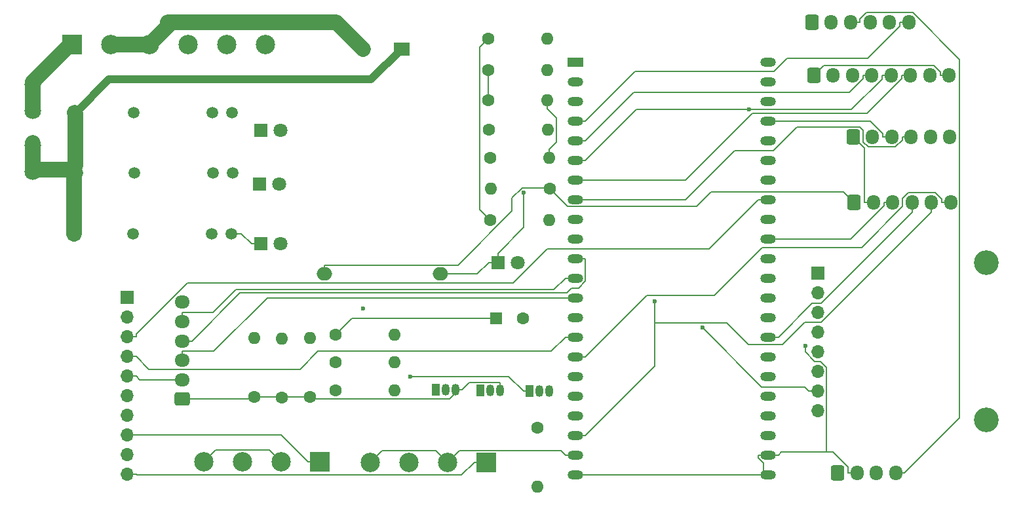
<source format=gbr>
%TF.GenerationSoftware,KiCad,Pcbnew,8.0.8*%
%TF.CreationDate,2026-01-05T18:13:38-07:00*%
%TF.ProjectId,Traeger rev 2.3.0.kicad_pro,54726165-6765-4722-9072-657620322e33,rev?*%
%TF.SameCoordinates,Original*%
%TF.FileFunction,Copper,L1,Top*%
%TF.FilePolarity,Positive*%
%FSLAX46Y46*%
G04 Gerber Fmt 4.6, Leading zero omitted, Abs format (unit mm)*
G04 Created by KiCad (PCBNEW 8.0.8) date 2026-01-05 18:13:38*
%MOMM*%
%LPD*%
G01*
G04 APERTURE LIST*
G04 Aperture macros list*
%AMRoundRect*
0 Rectangle with rounded corners*
0 $1 Rounding radius*
0 $2 $3 $4 $5 $6 $7 $8 $9 X,Y pos of 4 corners*
0 Add a 4 corners polygon primitive as box body*
4,1,4,$2,$3,$4,$5,$6,$7,$8,$9,$2,$3,0*
0 Add four circle primitives for the rounded corners*
1,1,$1+$1,$2,$3*
1,1,$1+$1,$4,$5*
1,1,$1+$1,$6,$7*
1,1,$1+$1,$8,$9*
0 Add four rect primitives between the rounded corners*
20,1,$1+$1,$2,$3,$4,$5,0*
20,1,$1+$1,$4,$5,$6,$7,0*
20,1,$1+$1,$6,$7,$8,$9,0*
20,1,$1+$1,$8,$9,$2,$3,0*%
G04 Aperture macros list end*
%TA.AperFunction,ComponentPad*%
%ADD10C,1.600000*%
%TD*%
%TA.AperFunction,ComponentPad*%
%ADD11O,1.600000X1.600000*%
%TD*%
%TA.AperFunction,ComponentPad*%
%ADD12C,2.159000*%
%TD*%
%TA.AperFunction,ComponentPad*%
%ADD13R,1.800000X1.800000*%
%TD*%
%TA.AperFunction,ComponentPad*%
%ADD14C,1.800000*%
%TD*%
%TA.AperFunction,ComponentPad*%
%ADD15R,2.500000X2.500000*%
%TD*%
%TA.AperFunction,ComponentPad*%
%ADD16C,2.500000*%
%TD*%
%TA.AperFunction,ComponentPad*%
%ADD17R,2.000000X1.200000*%
%TD*%
%TA.AperFunction,ComponentPad*%
%ADD18O,2.000000X1.200000*%
%TD*%
%TA.AperFunction,ComponentPad*%
%ADD19RoundRect,0.250000X0.725000X-0.600000X0.725000X0.600000X-0.725000X0.600000X-0.725000X-0.600000X0*%
%TD*%
%TA.AperFunction,ComponentPad*%
%ADD20O,1.950000X1.700000*%
%TD*%
%TA.AperFunction,ComponentPad*%
%ADD21RoundRect,0.250000X-0.600000X-0.725000X0.600000X-0.725000X0.600000X0.725000X-0.600000X0.725000X0*%
%TD*%
%TA.AperFunction,ComponentPad*%
%ADD22O,1.700000X1.950000*%
%TD*%
%TA.AperFunction,ComponentPad*%
%ADD23R,1.700000X1.700000*%
%TD*%
%TA.AperFunction,ComponentPad*%
%ADD24O,1.700000X1.700000*%
%TD*%
%TA.AperFunction,ComponentPad*%
%ADD25R,1.508000X1.508000*%
%TD*%
%TA.AperFunction,ComponentPad*%
%ADD26C,1.508000*%
%TD*%
%TA.AperFunction,ComponentPad*%
%ADD27C,3.200000*%
%TD*%
%TA.AperFunction,ComponentPad*%
%ADD28R,1.050000X1.500000*%
%TD*%
%TA.AperFunction,ComponentPad*%
%ADD29O,1.050000X1.500000*%
%TD*%
%TA.AperFunction,ComponentPad*%
%ADD30R,2.000000X1.700000*%
%TD*%
%TA.AperFunction,ComponentPad*%
%ADD31O,2.000000X1.700000*%
%TD*%
%TA.AperFunction,ComponentPad*%
%ADD32R,1.600000X1.600000*%
%TD*%
%TA.AperFunction,ViaPad*%
%ADD33C,0.600000*%
%TD*%
%TA.AperFunction,Conductor*%
%ADD34C,1.000000*%
%TD*%
%TA.AperFunction,Conductor*%
%ADD35C,2.000000*%
%TD*%
%TA.AperFunction,Conductor*%
%ADD36C,0.200000*%
%TD*%
G04 APERTURE END LIST*
D10*
%TO.P,R6,1*%
%TO.N,Net-(Q2-B)*%
X171680000Y-63690000D03*
D11*
%TO.P,R6,2*%
%TO.N,GND*%
X179300000Y-63690000D03*
%TD*%
D12*
%TO.P,F1,1*%
%TO.N,Net-(J9-Pin_1)*%
X112810000Y-61658000D03*
X112810000Y-65064001D03*
%TO.P,F1,2*%
%TO.N,PWR*%
X112810000Y-69534002D03*
X112810000Y-72940004D03*
%TD*%
D13*
%TO.P,D7,1,K*%
%TO.N,Net-(D7-K)*%
X142260000Y-82250000D03*
D14*
%TO.P,D7,2,A*%
%TO.N,Net-(D7-A)*%
X144800000Y-82250000D03*
%TD*%
D13*
%TO.P,D1,1,K*%
%TO.N,Net-(D1-K)*%
X142280000Y-67570000D03*
D14*
%TO.P,D1,2,A*%
%TO.N,Net-(D1-A)*%
X144820000Y-67570000D03*
%TD*%
D10*
%TO.P,R23,1*%
%TO.N,VCC*%
X179630000Y-75120000D03*
D11*
%TO.P,R23,2*%
%TO.N,Net-(D9-A)*%
X172010000Y-75120000D03*
%TD*%
D15*
%TO.P,J7,1,Pin_1*%
%TO.N,ADC1_A1*%
X149910000Y-110440000D03*
D16*
%TO.P,J7,2,Pin_2*%
%TO.N,VCC*%
X144910000Y-110440000D03*
%TO.P,J7,3,Pin_3*%
%TO.N,ADC1_A0*%
X139910000Y-110440000D03*
%TO.P,J7,4,Pin_4*%
%TO.N,VCC*%
X134910000Y-110440000D03*
%TD*%
D17*
%TO.P,U1,1,3V3*%
%TO.N,3V3*%
X182930000Y-58740000D03*
D18*
%TO.P,U1,2,3V3*%
X182930000Y-61280000D03*
%TO.P,U1,3,CHIP_PU*%
%TO.N,unconnected-(U1-CHIP_PU-Pad3)*%
X182930000Y-63820000D03*
%TO.P,U1,4,GPIO4/ADC1_CH3*%
%TO.N,MISO_SDO*%
X182930000Y-66360000D03*
%TO.P,U1,5,GPIO5/ADC1_CH4*%
%TO.N,Disp_D{slash}C*%
X182930000Y-68900000D03*
%TO.P,U1,6,GPIO6/ADC1_CH5*%
%TO.N,Disp_RESET*%
X182930000Y-71440000D03*
%TO.P,U1,7,GPIO7/ADC1_CH6*%
%TO.N,Disp_CS*%
X182930000Y-73980000D03*
%TO.P,U1,8,GPIO15/ADC2_CH4/32K_P*%
%TO.N,CS_MAX6675*%
X182930000Y-76520000D03*
%TO.P,U1,9,GPIO16/ADC2_CH5/32K_N*%
%TO.N,unconnected-(U1-GPIO16{slash}ADC2_CH5{slash}32K_N-Pad9)*%
X182930000Y-79060000D03*
%TO.P,U1,10,GPIO17/ADC2_CH6*%
%TO.N,MAX31865_CS*%
X182930000Y-81600000D03*
%TO.P,U1,11,GPIO18/ADC2_CH7*%
%TO.N,Rotary pin_a*%
X182930000Y-84140000D03*
%TO.P,U1,12,GPIO8/ADC1_CH7*%
%TO.N,Rotary pin_b*%
X182930000Y-86680000D03*
%TO.P,U1,13,GPIO3/ADC1_CH2*%
%TO.N,Rotarty - SW*%
X182930000Y-89220000D03*
%TO.P,U1,14,GPIO46*%
%TO.N,unconnected-(U1-GPIO46-Pad14)*%
X182930000Y-91760000D03*
%TO.P,U1,15,GPIO9/ADC1_CH8*%
%TO.N,SDA*%
X182930000Y-94300000D03*
%TO.P,U1,16,GPIO10/ADC1_CH9*%
%TO.N,POWER SW*%
X182930000Y-96840000D03*
%TO.P,U1,17,GPIO11/ADC2_CH0*%
%TO.N,R_FANS*%
X182930000Y-99380000D03*
%TO.P,U1,18,GPIO12/ADC2_CH1*%
%TO.N,R_AUG1*%
X182930000Y-101920000D03*
%TO.P,U1,19,GPIO13/ADC2_CH2*%
%TO.N,R_IGN1*%
X182930000Y-104460000D03*
%TO.P,U1,20,GPIO14/ADC2_CH3*%
%TO.N,SMOKE SW*%
X182926320Y-106997280D03*
%TO.P,U1,21,5V*%
%TO.N,VCC*%
X182926320Y-109537280D03*
%TO.P,U1,22,GND*%
%TO.N,GND*%
X182926320Y-112077280D03*
%TO.P,U1,23,GND*%
X207830000Y-112070000D03*
%TO.P,U1,24,GND*%
X207830000Y-109530000D03*
%TO.P,U1,25,GPIO19/USB_D-*%
%TO.N,unconnected-(U1-GPIO19{slash}USB_D--Pad25)*%
X207830000Y-106990000D03*
%TO.P,U1,26,GPIO20/USB_D+*%
%TO.N,unconnected-(U1-GPIO20{slash}USB_D+-Pad26)*%
X207830000Y-104450000D03*
%TO.P,U1,27,GPIO21*%
%TO.N,Touch_T_CS*%
X207830000Y-101910000D03*
%TO.P,U1,28,GPIO47*%
%TO.N,Touch_T_IRQ*%
X207830000Y-99370000D03*
%TO.P,U1,29,GPIO48*%
%TO.N,Disp_RESET*%
X207830000Y-96830000D03*
%TO.P,U1,30,GPIO45*%
%TO.N,TEMP UP*%
X207830000Y-94290000D03*
%TO.P,U1,31,GPIO0*%
%TO.N,unconnected-(U1-GPIO0-Pad31)*%
X207830000Y-91750000D03*
%TO.P,U1,32,GPIO35*%
%TO.N,unconnected-(U1-GPIO35-Pad32)*%
X207830000Y-89210000D03*
%TO.P,U1,33,GPIO36*%
%TO.N,unconnected-(U1-GPIO36-Pad33)*%
X207830000Y-86670000D03*
%TO.P,U1,34,GPIO37*%
%TO.N,unconnected-(U1-GPIO37-Pad34)*%
X207830000Y-84130000D03*
%TO.P,U1,35,GPIO38*%
%TO.N,TEMP DOWN*%
X207830000Y-81590000D03*
%TO.P,U1,36,GPIO39/MTCK*%
%TO.N,unconnected-(U1-GPIO39{slash}MTCK-Pad36)*%
X207830000Y-79050000D03*
%TO.P,U1,37,GPIO40/MTDO*%
%TO.N,SCL*%
X207830000Y-76510000D03*
%TO.P,U1,38,GPIO41/MTDI*%
%TO.N,unconnected-(U1-GPIO41{slash}MTDI-Pad38)*%
X207830000Y-73970000D03*
%TO.P,U1,39,GPIO42/MTMS*%
%TO.N,unconnected-(U1-GPIO42{slash}MTMS-Pad39)*%
X207830000Y-71430000D03*
%TO.P,U1,40,GPIO2/ADC1_CH1*%
%TO.N,MOSI_SDI*%
X207830000Y-68890000D03*
%TO.P,U1,41,GPIO1/ADC1_CH0*%
%TO.N,Disp_SCK+Touch_CLK*%
X207830000Y-66350000D03*
%TO.P,U1,42,GPIO44/U0RXD*%
%TO.N,unconnected-(U1-GPIO44{slash}U0RXD-Pad42)*%
X207830000Y-63810000D03*
%TO.P,U1,43,GPIO43/U0TXD*%
%TO.N,unconnected-(U1-GPIO43{slash}U0TXD-Pad43)*%
X207830000Y-61270000D03*
%TO.P,U1,44,GND*%
%TO.N,GND*%
X207830000Y-58730000D03*
%TD*%
D10*
%TO.P,R16,1*%
%TO.N,VCC*%
X151930000Y-97565000D03*
D11*
%TO.P,R16,2*%
%TO.N,Net-(D2-A)*%
X159550000Y-97565000D03*
%TD*%
D19*
%TO.P,J5,1,Pin_1*%
%TO.N,GND*%
X132090000Y-102300000D03*
D20*
%TO.P,J5,2,Pin_2*%
%TO.N,VCC*%
X132090000Y-99800000D03*
%TO.P,J5,3,Pin_3*%
%TO.N,Rotarty - SW*%
X132090000Y-97300000D03*
%TO.P,J5,4,Pin_4*%
%TO.N,Rotary pin_a*%
X132090000Y-94800000D03*
%TO.P,J5,5,Pin_5*%
%TO.N,Rotary pin_b*%
X132090000Y-92300000D03*
%TO.P,J5,6,Pin_6*%
%TO.N,unconnected-(J5-Pin_6-Pad6)*%
X132090000Y-89800000D03*
%TD*%
D21*
%TO.P,J1,1,Pin_1*%
%TO.N,GND*%
X218790000Y-68430000D03*
D22*
%TO.P,J1,2,Pin_2*%
%TO.N,VCC*%
X221290000Y-68430000D03*
%TO.P,J1,3,Pin_3*%
%TO.N,Disp_SCK+Touch_CLK*%
X223790000Y-68430000D03*
%TO.P,J1,4,Pin_4*%
%TO.N,CS_MAX6675*%
X226290000Y-68430000D03*
%TO.P,J1,5,Pin_5*%
%TO.N,MISO_SDO*%
X228790000Y-68430000D03*
%TO.P,J1,6,Pin_6*%
%TO.N,unconnected-(J1-Pin_6-Pad6)*%
X231290000Y-68430000D03*
%TD*%
D23*
%TO.P,J6,1,Pin_1*%
%TO.N,VCC*%
X125020000Y-89180000D03*
D24*
%TO.P,J6,2,Pin_2*%
%TO.N,GND*%
X125020000Y-91720000D03*
%TO.P,J6,3,Pin_3*%
%TO.N,SCL*%
X125020000Y-94260000D03*
%TO.P,J6,4,Pin_4*%
%TO.N,SDA*%
X125020000Y-96800000D03*
%TO.P,J6,5,Pin_5*%
%TO.N,VCC*%
X125020000Y-99340000D03*
%TO.P,J6,6,Pin_6*%
%TO.N,unconnected-(J6-Pin_6-Pad6)*%
X125020000Y-101880000D03*
%TO.P,J6,7,Pin_7*%
%TO.N,ADC1_A0*%
X125020000Y-104420000D03*
%TO.P,J6,8,Pin_8*%
%TO.N,ADC1_A1*%
X125020000Y-106960000D03*
%TO.P,J6,9,Pin_9*%
%TO.N,ADC1_A2*%
X125020000Y-109500000D03*
%TO.P,J6,10,Pin_10*%
%TO.N,ADC1_A3*%
X125020000Y-112040000D03*
%TD*%
D25*
%TO.P,K6,1*%
%TO.N,PWR*%
X118180000Y-80960000D03*
D26*
%TO.P,K6,2*%
%TO.N,IGN1*%
X125800000Y-80960000D03*
%TO.P,K6,3*%
%TO.N,VCC*%
X135960000Y-80960000D03*
%TO.P,K6,4*%
%TO.N,Net-(D7-K)*%
X138500000Y-80960000D03*
%TD*%
D27*
%TO.P,U$19,P$1*%
%TO.N,N/C*%
X236020000Y-105020100D03*
%TD*%
D10*
%TO.P,R4,1*%
%TO.N,GND*%
X141430000Y-102050000D03*
D11*
%TO.P,R4,2*%
%TO.N,ADC1_A0*%
X141430000Y-94430000D03*
%TD*%
D10*
%TO.P,R7,1*%
%TO.N,GND*%
X145020000Y-102090000D03*
D11*
%TO.P,R7,2*%
%TO.N,ADC1_A2*%
X145020000Y-94470000D03*
%TD*%
D28*
%TO.P,Q6,1,C*%
%TO.N,Net-(D7-K)*%
X170627000Y-101220000D03*
D29*
%TO.P,Q6,2,B*%
%TO.N,Net-(Q6-B)*%
X171897000Y-101220000D03*
%TO.P,Q6,3,E*%
%TO.N,GND*%
X173167000Y-101220000D03*
%TD*%
D15*
%TO.P,J9,1,Pin_1*%
%TO.N,Net-(J9-Pin_1)*%
X117880000Y-56490000D03*
D16*
%TO.P,J9,2,Pin_2*%
%TO.N,PWR-N*%
X122880000Y-56490000D03*
%TO.P,J9,3,Pin_3*%
X127880000Y-56490000D03*
%TO.P,J9,4,Pin_4*%
%TO.N,FAN*%
X132880000Y-56490000D03*
%TO.P,J9,5,Pin_5*%
%TO.N,AUG1*%
X137880000Y-56490000D03*
%TO.P,J9,6,Pin_6*%
%TO.N,IGN1*%
X142880000Y-56490000D03*
%TD*%
D27*
%TO.P,U$18,P$1*%
%TO.N,N/C*%
X236020000Y-84700100D03*
%TD*%
D25*
%TO.P,K3,1*%
%TO.N,PWR*%
X118290000Y-73120000D03*
D26*
%TO.P,K3,2*%
%TO.N,AUG1*%
X125910000Y-73120000D03*
%TO.P,K3,3*%
%TO.N,VCC*%
X136070000Y-73120000D03*
%TO.P,K3,4*%
%TO.N,Net-(D2-K)*%
X138610000Y-73120000D03*
%TD*%
D25*
%TO.P,K1,1*%
%TO.N,PWR*%
X118240000Y-65310000D03*
D26*
%TO.P,K1,2*%
%TO.N,FAN*%
X125860000Y-65310000D03*
%TO.P,K1,3*%
%TO.N,VCC*%
X136020000Y-65310000D03*
%TO.P,K1,4*%
%TO.N,Net-(D1-K)*%
X138560000Y-65310000D03*
%TD*%
D15*
%TO.P,J8,1,Pin_1*%
%TO.N,ADC1_A3*%
X171410000Y-110500000D03*
D16*
%TO.P,J8,2,Pin_2*%
%TO.N,VCC*%
X166410000Y-110500000D03*
%TO.P,J8,3,Pin_3*%
%TO.N,ADC1_A2*%
X161410000Y-110500000D03*
%TO.P,J8,4,Pin_4*%
%TO.N,VCC*%
X156410000Y-110500000D03*
%TD*%
D10*
%TO.P,R2,1*%
%TO.N,Net-(Q1-B)*%
X171700000Y-55740000D03*
D11*
%TO.P,R2,2*%
%TO.N,GND*%
X179320000Y-55740000D03*
%TD*%
D21*
%TO.P,Touch1,1,Pin_1*%
%TO.N,Touch_T_CS*%
X213480000Y-53640000D03*
D22*
%TO.P,Touch1,2,Pin_2*%
%TO.N,Touch_T_IRQ*%
X215980000Y-53640000D03*
%TO.P,Touch1,3,Pin_3*%
%TO.N,SDA*%
X218480000Y-53640000D03*
%TO.P,Touch1,4,Pin_4*%
%TO.N,Disp_RESET*%
X220980000Y-53640000D03*
%TO.P,Touch1,5,Pin_5*%
%TO.N,SCL*%
X223480000Y-53640000D03*
%TO.P,Touch1,6,Pin_6*%
%TO.N,MISO_SDO*%
X225980000Y-53640000D03*
%TD*%
D13*
%TO.P,D2,1,K*%
%TO.N,Net-(D2-K)*%
X142150000Y-74550000D03*
D14*
%TO.P,D2,2,A*%
%TO.N,Net-(D2-A)*%
X144690000Y-74550000D03*
%TD*%
D10*
%TO.P,R21,1*%
%TO.N,VCC*%
X151930000Y-101155000D03*
D11*
%TO.P,R21,2*%
%TO.N,Net-(D7-A)*%
X159550000Y-101155000D03*
%TD*%
D10*
%TO.P,R3,1*%
%TO.N,Net-(Q2-B)*%
X171700000Y-59790000D03*
D11*
%TO.P,R3,2*%
%TO.N,R_AUG1*%
X179320000Y-59790000D03*
%TD*%
D28*
%TO.P,Q2,1,C*%
%TO.N,Net-(D2-K)*%
X177017000Y-101260000D03*
D29*
%TO.P,Q2,2,B*%
%TO.N,Net-(Q2-B)*%
X178287000Y-101260000D03*
%TO.P,Q2,3,E*%
%TO.N,GND*%
X179557000Y-101260000D03*
%TD*%
D23*
%TO.P,J3,1,Pin_1*%
%TO.N,VCC*%
X214220000Y-86030000D03*
D24*
%TO.P,J3,2,Pin_2*%
%TO.N,GND*%
X214220000Y-88570000D03*
%TO.P,J3,3,Pin_3*%
%TO.N,unconnected-(J3-Pin_3-Pad3)*%
X214220000Y-91110000D03*
%TO.P,J3,4,Pin_4*%
%TO.N,Disp_SCK+Touch_CLK*%
X214220000Y-93650000D03*
%TO.P,J3,5,Pin_5*%
%TO.N,MISO_SDO*%
X214220000Y-96190000D03*
%TO.P,J3,6,Pin_6*%
%TO.N,MOSI_SDI*%
X214220000Y-98730000D03*
%TO.P,J3,7,Pin_7*%
%TO.N,MAX31865_CS*%
X214220000Y-101270000D03*
%TO.P,J3,8,Pin_8*%
%TO.N,unconnected-(J3-Pin_8-Pad8)*%
X214220000Y-103810000D03*
%TD*%
D30*
%TO.P,PS1,1,AC/L*%
%TO.N,PWR*%
X160460000Y-57060000D03*
D31*
%TO.P,PS1,2,AC/N*%
%TO.N,PWR-N*%
X155460000Y-57060000D03*
%TO.P,PS1,3,-Vout*%
%TO.N,GND*%
X165460000Y-86140000D03*
%TO.P,PS1,4,+Vout*%
%TO.N,VCC*%
X150460000Y-86140000D03*
%TD*%
D28*
%TO.P,Q1,1,C*%
%TO.N,Net-(D1-K)*%
X164887000Y-101110000D03*
D29*
%TO.P,Q1,2,B*%
%TO.N,Net-(Q1-B)*%
X166157000Y-101110000D03*
%TO.P,Q1,3,E*%
%TO.N,GND*%
X167427000Y-101110000D03*
%TD*%
D10*
%TO.P,R8,1*%
%TO.N,GND*%
X178010000Y-106030000D03*
D11*
%TO.P,R8,2*%
%TO.N,ADC1_A3*%
X178010000Y-113650000D03*
%TD*%
D13*
%TO.P,D9,1,K*%
%TO.N,GND*%
X172920000Y-84680000D03*
D14*
%TO.P,D9,2,A*%
%TO.N,Net-(D9-A)*%
X175460000Y-84680000D03*
%TD*%
D10*
%TO.P,R10,1*%
%TO.N,Net-(Q6-B)*%
X171760000Y-67480000D03*
D11*
%TO.P,R10,2*%
%TO.N,R_IGN1*%
X179380000Y-67480000D03*
%TD*%
D10*
%TO.P,R13,1*%
%TO.N,Net-(Q6-B)*%
X171880000Y-71170000D03*
D11*
%TO.P,R13,2*%
%TO.N,GND*%
X179500000Y-71170000D03*
%TD*%
D21*
%TO.P,Display1,1,Pin_1*%
%TO.N,VCC*%
X213710000Y-60480000D03*
D22*
%TO.P,Display1,2,Pin_2*%
%TO.N,Disp_SCK+Touch_CLK*%
X216210000Y-60480000D03*
%TO.P,Display1,3,Pin_3*%
%TO.N,MOSI_SDI*%
X218710000Y-60480000D03*
%TO.P,Display1,4,Pin_4*%
%TO.N,Disp_D{slash}C*%
X221210000Y-60480000D03*
%TO.P,Display1,5,Pin_5*%
%TO.N,Disp_RESET*%
X223710000Y-60480000D03*
%TO.P,Display1,6,Pin_6*%
%TO.N,Disp_CS*%
X226210000Y-60480000D03*
%TO.P,Display1,7,Pin_7*%
%TO.N,GND*%
X228710000Y-60480000D03*
%TO.P,Display1,8,Pin_8*%
%TO.N,VCC*%
X231210000Y-60480000D03*
%TD*%
D21*
%TO.P,J2,1,Pin_1*%
%TO.N,3V3*%
X216790000Y-111870000D03*
D22*
%TO.P,J2,2,Pin_2*%
%TO.N,GND*%
X219290000Y-111870000D03*
%TO.P,J2,3,Pin_3*%
%TO.N,SCL*%
X221790000Y-111870000D03*
%TO.P,J2,4,Pin_4*%
%TO.N,SDA*%
X224290000Y-111870000D03*
%TD*%
D10*
%TO.P,R15,1*%
%TO.N,VCC*%
X151930000Y-93975000D03*
D11*
%TO.P,R15,2*%
%TO.N,Net-(D1-A)*%
X159550000Y-93975000D03*
%TD*%
D10*
%TO.P,R1,1*%
%TO.N,Net-(Q1-B)*%
X171930000Y-79190000D03*
D11*
%TO.P,R1,2*%
%TO.N,R_FANS*%
X179550000Y-79190000D03*
%TD*%
D10*
%TO.P,R5,1*%
%TO.N,GND*%
X148610000Y-102060000D03*
D11*
%TO.P,R5,2*%
%TO.N,ADC1_A1*%
X148610000Y-94440000D03*
%TD*%
D21*
%TO.P,J10,1,Pin_1*%
%TO.N,VCC*%
X218910000Y-76890000D03*
D22*
%TO.P,J10,2,Pin_2*%
%TO.N,GND*%
X221410000Y-76890000D03*
%TO.P,J10,3,Pin_3*%
%TO.N,TEMP DOWN*%
X223910000Y-76890000D03*
%TO.P,J10,4,Pin_4*%
%TO.N,TEMP UP*%
X226410000Y-76890000D03*
%TO.P,J10,5,Pin_5*%
%TO.N,SMOKE SW*%
X228910000Y-76890000D03*
%TO.P,J10,6,Pin_6*%
%TO.N,POWER SW*%
X231410000Y-76890000D03*
%TD*%
D32*
%TO.P,C1,1*%
%TO.N,VCC*%
X172657300Y-91870000D03*
D10*
%TO.P,C1,2*%
%TO.N,GND*%
X176157300Y-91870000D03*
%TD*%
D33*
%TO.N,GND*%
X212607000Y-95410700D03*
X176254000Y-75635300D03*
%TO.N,Net-(D2-K)*%
X155481000Y-90636800D03*
X161568000Y-99374700D03*
%TO.N,SMOKE SW*%
X193178000Y-89714600D03*
%TO.N,Disp_RESET*%
X205396000Y-64898400D03*
%TO.N,MAX31865_CS*%
X199309000Y-93103000D03*
%TD*%
D34*
%TO.N,PWR*%
X122670000Y-60980000D02*
X118290000Y-65360000D01*
D35*
X118180000Y-73230000D02*
X118290000Y-73120000D01*
D34*
X160460000Y-57060000D02*
X156540000Y-60980000D01*
D35*
X118290000Y-65360000D02*
X118290000Y-72144000D01*
D36*
X113118000Y-72632000D02*
X112810000Y-72940000D01*
X112810000Y-70899000D02*
X112810000Y-69534000D01*
X117802000Y-72632000D02*
X118290000Y-73120000D01*
D35*
X112780000Y-72632000D02*
X117802000Y-72632000D01*
X118180000Y-80960000D02*
X118180000Y-73230000D01*
X118290000Y-65360000D02*
X118240000Y-65310000D01*
X112780000Y-69226000D02*
X112780000Y-72632000D01*
D36*
X112780000Y-70929000D02*
X112810000Y-70899000D01*
D35*
X118290000Y-72144000D02*
X117802000Y-72632000D01*
D34*
X156540000Y-60980000D02*
X122670000Y-60980000D01*
D36*
%TO.N,GND*%
X218138300Y-111870000D02*
X218138300Y-111102600D01*
X215372500Y-109138300D02*
X215372500Y-98229500D01*
X179500000Y-71170000D02*
X179500000Y-70068300D01*
X179300000Y-63690000D02*
X179300000Y-64791700D01*
X215372500Y-98229500D02*
X214603000Y-97460000D01*
X207830000Y-112070000D02*
X207179200Y-112070000D01*
X176254000Y-75635300D02*
X176254000Y-80144300D01*
X213836400Y-97460000D02*
X212607000Y-96230600D01*
X214603000Y-97460000D02*
X213836400Y-97460000D01*
X182926300Y-112077300D02*
X206521000Y-112077300D01*
X207830000Y-109530000D02*
X206528300Y-109530000D01*
X167840400Y-101110000D02*
X166666500Y-102283900D01*
X145020000Y-102067500D02*
X141447500Y-102067500D01*
X176254000Y-80144300D02*
X172920000Y-83478300D01*
X167840400Y-101110000D02*
X168253700Y-101110000D01*
X172920000Y-84680000D02*
X171718300Y-84680000D01*
X170258300Y-86140000D02*
X171718300Y-84680000D01*
X145027500Y-102060000D02*
X145020000Y-102067500D01*
X148610000Y-102060000D02*
X145027500Y-102060000D01*
X209523400Y-109138300D02*
X209131700Y-109530000D01*
X206528300Y-109903500D02*
X206528300Y-109530000D01*
X168253700Y-101110000D02*
X169195400Y-100168300D01*
X212607000Y-96230600D02*
X212607000Y-95410700D01*
X132090000Y-102300000D02*
X141180000Y-102300000D01*
X148833900Y-102283900D02*
X148610000Y-102060000D01*
X172920000Y-84680000D02*
X172920000Y-83478300D01*
X180483700Y-65975400D02*
X179300000Y-64791700D01*
X207179100Y-110554300D02*
X206528300Y-109903500D01*
X141180000Y-102300000D02*
X141430000Y-102050000D01*
X141447500Y-102067500D02*
X141430000Y-102050000D01*
X218138300Y-111102600D02*
X216174000Y-109138300D01*
X207179200Y-112070000D02*
X207179200Y-110554300D01*
X165460000Y-86140000D02*
X170258300Y-86140000D01*
X206521000Y-112077300D02*
X206528300Y-112070000D01*
X207179200Y-110554300D02*
X207179100Y-110554300D01*
X221410000Y-76890000D02*
X220258300Y-76890000D01*
X179500000Y-70068300D02*
X180483700Y-69084600D01*
X215372500Y-109138300D02*
X209523400Y-109138300D01*
X166666500Y-102283900D02*
X148833900Y-102283900D01*
X218790000Y-68430000D02*
X220258300Y-69898300D01*
X216174000Y-109138300D02*
X215372500Y-109138300D01*
X207179200Y-112070000D02*
X206528300Y-112070000D01*
X173167000Y-101220000D02*
X173167000Y-100168300D01*
X145020000Y-102067500D02*
X145020000Y-102090000D01*
X169195400Y-100168300D02*
X173167000Y-100168300D01*
X219290000Y-111870000D02*
X218138300Y-111870000D01*
X220258300Y-69898300D02*
X220258300Y-76890000D01*
X167427000Y-101110000D02*
X167840400Y-101110000D01*
X207830000Y-109530000D02*
X209131700Y-109530000D01*
X180483700Y-69084600D02*
X180483700Y-65975400D01*
%TO.N,Net-(Q1-B)*%
X170576500Y-77836500D02*
X170576500Y-56863500D01*
X171930000Y-79190000D02*
X170576500Y-77836500D01*
X170576500Y-56863500D02*
X171700000Y-55740000D01*
%TO.N,Net-(Q2-B)*%
X171680000Y-63690000D02*
X171700000Y-63670000D01*
X171700000Y-63670000D02*
X171700000Y-59790000D01*
%TO.N,ADC1_A3*%
X168220900Y-112137400D02*
X126269100Y-112137400D01*
X125020000Y-112040000D02*
X126171700Y-112040000D01*
X126269100Y-112137400D02*
X126171700Y-112040000D01*
X169858300Y-110500000D02*
X168220900Y-112137400D01*
X171410000Y-110500000D02*
X169858300Y-110500000D01*
%TO.N,Net-(D2-K)*%
X177017000Y-101260000D02*
X176190300Y-101260000D01*
X174305000Y-99374700D02*
X176190300Y-101260000D01*
X161568000Y-99374700D02*
X174305000Y-99374700D01*
%TO.N,ADC1_A1*%
X148358300Y-110440000D02*
X144878300Y-106960000D01*
X149910000Y-110440000D02*
X148358300Y-110440000D01*
X144878300Y-106960000D02*
X125020000Y-106960000D01*
%TO.N,CS_MAX6675*%
X220746400Y-69729200D02*
X220130500Y-69113300D01*
X208519900Y-70160000D02*
X203484900Y-70160000D01*
X197124900Y-76520000D02*
X184231700Y-76520000D01*
X203484900Y-70160000D02*
X197124900Y-76520000D01*
X226290000Y-68430000D02*
X225138300Y-68430000D01*
X211548100Y-67131800D02*
X208519900Y-70160000D01*
X219683100Y-67131800D02*
X211548100Y-67131800D01*
X220130500Y-67579200D02*
X219683100Y-67131800D01*
X220130500Y-69113300D02*
X220130500Y-67579200D01*
X182930000Y-76520000D02*
X184231700Y-76520000D01*
X225138300Y-68430000D02*
X225138300Y-68861900D01*
X224271000Y-69729200D02*
X220746400Y-69729200D01*
X225138300Y-68861900D02*
X224271000Y-69729200D01*
%TO.N,MISO_SDO*%
X225980000Y-53640000D02*
X224828300Y-53640000D01*
X182930000Y-66360000D02*
X184231700Y-66360000D01*
X190636600Y-59955100D02*
X184231700Y-66360000D01*
X210280000Y-58239900D02*
X208564800Y-59955100D01*
X208564800Y-59955100D02*
X190636600Y-59955100D01*
X220660300Y-58239900D02*
X210280000Y-58239900D01*
X224828300Y-54071900D02*
X220660300Y-58239900D01*
X224828300Y-53640000D02*
X224828300Y-54071900D01*
%TO.N,TEMP DOWN*%
X218483900Y-81590000D02*
X209131700Y-81590000D01*
X222758300Y-76890000D02*
X222758300Y-77315600D01*
X207830000Y-81590000D02*
X209131700Y-81590000D01*
X222758300Y-77315600D02*
X218483900Y-81590000D01*
X223910000Y-76890000D02*
X222758300Y-76890000D01*
%TO.N,POWER SW*%
X225160000Y-77436500D02*
X219878100Y-82718400D01*
X192175600Y-88896100D02*
X184231700Y-96840000D01*
X225948100Y-75595200D02*
X225160000Y-76383300D01*
X230258300Y-76458100D02*
X229395400Y-75595200D01*
X231410000Y-76890000D02*
X230258300Y-76890000D01*
X225160000Y-76383300D02*
X225160000Y-77436500D01*
X229395400Y-75595200D02*
X225948100Y-75595200D01*
X219878100Y-82718400D02*
X207081600Y-82718400D01*
X200903900Y-88896100D02*
X192175600Y-88896100D01*
X230258300Y-76890000D02*
X230258300Y-76458100D01*
X182930000Y-96840000D02*
X184231700Y-96840000D01*
X207081600Y-82718400D02*
X200903900Y-88896100D01*
%TO.N,SMOKE SW*%
X205262400Y-95266300D02*
X209649000Y-95266300D01*
X193178000Y-89714600D02*
X193178000Y-92476800D01*
X209649000Y-95266300D02*
X212535300Y-92380000D01*
X202472900Y-92476800D02*
X205262400Y-95266300D01*
X182926300Y-106997300D02*
X184228000Y-106997300D01*
X193178000Y-98047300D02*
X184228000Y-106997300D01*
X212535300Y-92380000D02*
X214696700Y-92380000D01*
X193178000Y-92476800D02*
X202472900Y-92476800D01*
X193178000Y-92476800D02*
X193178000Y-98047300D01*
X228910000Y-76890000D02*
X228910000Y-78166700D01*
X214696700Y-92380000D02*
X228910000Y-78166700D01*
%TO.N,TEMP UP*%
X214666700Y-89910000D02*
X213511700Y-89910000D01*
X207830000Y-94290000D02*
X209131700Y-94290000D01*
X213511700Y-89910000D02*
X209131700Y-94290000D01*
X226410000Y-78166700D02*
X214666700Y-89910000D01*
X226410000Y-76890000D02*
X226410000Y-78166700D01*
%TO.N,SDA*%
X220481400Y-52358400D02*
X226484800Y-52358400D01*
X127831600Y-98459900D02*
X126171700Y-96800000D01*
X179780000Y-96148300D02*
X149640600Y-96148300D01*
X182930000Y-94300000D02*
X181628300Y-94300000D01*
X232576800Y-58450400D02*
X232576800Y-104734900D01*
X224290000Y-111870000D02*
X225441700Y-111870000D01*
X125020000Y-96800000D02*
X126171700Y-96800000D01*
X149640600Y-96148300D02*
X147329000Y-98459900D01*
X226484800Y-52358400D02*
X232576800Y-58450400D01*
X219631700Y-53208100D02*
X220481400Y-52358400D01*
X232576800Y-104734900D02*
X225441700Y-111870000D01*
X219631700Y-53640000D02*
X219631700Y-53208100D01*
X181628300Y-94300000D02*
X179780000Y-96148300D01*
X147329000Y-98459900D02*
X127831600Y-98459900D01*
X218480000Y-53640000D02*
X219631700Y-53640000D01*
%TO.N,SCL*%
X207830000Y-76510000D02*
X206528300Y-76510000D01*
X174848300Y-87291700D02*
X132782000Y-87291700D01*
X200168300Y-82870000D02*
X179270000Y-82870000D01*
X179270000Y-82870000D02*
X174848300Y-87291700D01*
X126171700Y-93902000D02*
X126171700Y-94260000D01*
X132782000Y-87291700D02*
X126171700Y-93902000D01*
X206528300Y-76510000D02*
X200168300Y-82870000D01*
X125020000Y-94260000D02*
X126171700Y-94260000D01*
%TO.N,Disp_SCK+Touch_CLK*%
X223790000Y-68430000D02*
X222638300Y-68430000D01*
X222638300Y-67998100D02*
X220990200Y-66350000D01*
X220990200Y-66350000D02*
X207830000Y-66350000D01*
X222638300Y-68430000D02*
X222638300Y-67998100D01*
%TO.N,Disp_D{slash}C*%
X221210000Y-60480000D02*
X220058300Y-60480000D01*
X218303700Y-62666500D02*
X220058300Y-60911900D01*
X190465200Y-62666500D02*
X218303700Y-62666500D01*
X220058300Y-60911900D02*
X220058300Y-60480000D01*
X182930000Y-68900000D02*
X184231700Y-68900000D01*
X184231700Y-68900000D02*
X190465200Y-62666500D01*
%TO.N,Disp_CS*%
X182930000Y-73980000D02*
X184231700Y-73980000D01*
X225058300Y-60911900D02*
X220596000Y-65374200D01*
X205771200Y-65374200D02*
X197165400Y-73980000D01*
X220596000Y-65374200D02*
X205771200Y-65374200D01*
X225058300Y-60480000D02*
X225058300Y-60911900D01*
X197165400Y-73980000D02*
X184231700Y-73980000D01*
X226210000Y-60480000D02*
X225058300Y-60480000D01*
%TO.N,Disp_RESET*%
X222558300Y-60931700D02*
X218591600Y-64898400D01*
X218591600Y-64898400D02*
X205396000Y-64898400D01*
X205396000Y-64898400D02*
X190773300Y-64898400D01*
X182930000Y-71440000D02*
X184231700Y-71440000D01*
X222558300Y-60480000D02*
X222558300Y-60931700D01*
X190773300Y-64898400D02*
X184231700Y-71440000D01*
X223710000Y-60480000D02*
X222558300Y-60480000D01*
%TO.N,MAX31865_CS*%
X214220000Y-101270000D02*
X213068300Y-101270000D01*
X199309000Y-93103000D02*
X206998800Y-100792800D01*
X212591100Y-100792800D02*
X213068300Y-101270000D01*
X206998800Y-100792800D02*
X212591100Y-100792800D01*
%TO.N,VCC*%
X231210000Y-60480000D02*
X230058300Y-60480000D01*
X229212800Y-59202600D02*
X214987400Y-59202600D01*
X150460000Y-84988300D02*
X167726200Y-84988300D01*
X151930000Y-93975000D02*
X154035000Y-91870000D01*
X218910000Y-76890000D02*
X217574000Y-75554000D01*
X136469700Y-108880300D02*
X143350300Y-108880300D01*
X134910000Y-110440000D02*
X136469700Y-108880300D01*
X217574000Y-75554000D02*
X200459600Y-75554000D01*
X214987400Y-59202600D02*
X213710000Y-60480000D01*
X176027700Y-75003700D02*
X179513700Y-75003700D01*
X174728200Y-76303200D02*
X176027700Y-75003700D01*
X230058300Y-60480000D02*
X230058300Y-60048100D01*
X181035600Y-108948300D02*
X181624600Y-109537300D01*
X230058300Y-60048100D02*
X229212800Y-59202600D01*
X157961700Y-108948300D02*
X156410000Y-110500000D01*
X150460000Y-86140000D02*
X150460000Y-84988300D01*
X125020000Y-99340000D02*
X126171700Y-99340000D01*
X200459600Y-75554000D02*
X198588800Y-77424800D01*
X182926300Y-109537300D02*
X181624600Y-109537300D01*
X154035000Y-91870000D02*
X172657300Y-91870000D01*
X143350300Y-108880300D02*
X144910000Y-110440000D01*
X167961700Y-108948300D02*
X181035600Y-108948300D01*
X181934800Y-77424800D02*
X179630000Y-75120000D01*
X167726200Y-84988300D02*
X174728200Y-77986300D01*
X126631700Y-99800000D02*
X126171700Y-99340000D01*
X198588800Y-77424800D02*
X181934800Y-77424800D01*
X164858300Y-108948300D02*
X157961700Y-108948300D01*
X132090000Y-99800000D02*
X126631700Y-99800000D01*
X174728200Y-77986300D02*
X174728200Y-76303200D01*
X179513700Y-75003700D02*
X179630000Y-75120000D01*
X166410000Y-110500000D02*
X167961700Y-108948300D01*
X166410000Y-110500000D02*
X164858300Y-108948300D01*
D35*
%TO.N,Net-(J9-Pin_1)*%
X117880000Y-56490000D02*
X117640000Y-56490000D01*
X112780000Y-62627200D02*
X112780000Y-63904500D01*
D36*
X112810000Y-63934500D02*
X112810000Y-65064000D01*
D35*
X112780000Y-63904500D02*
X112780000Y-64756000D01*
D36*
X112780000Y-62627200D02*
X112810000Y-62597200D01*
X112810000Y-62597200D02*
X112810000Y-61658000D01*
X112780000Y-63904500D02*
X112810000Y-63934500D01*
D35*
X112780000Y-61350000D02*
X112780000Y-62627200D01*
X117640000Y-56490000D02*
X112780000Y-61350000D01*
X112780000Y-61350000D02*
X112780000Y-64756000D01*
%TO.N,PWR-N*%
X127880000Y-56490000D02*
X122880000Y-56490000D01*
X127880000Y-56490000D02*
X130260000Y-54110000D01*
X152000000Y-53600000D02*
X155460000Y-57060000D01*
X130260000Y-53600000D02*
X152000000Y-53600000D01*
X130260000Y-54110000D02*
X130260000Y-53600000D01*
D36*
%TO.N,Net-(D7-K)*%
X142260000Y-82250000D02*
X141058300Y-82250000D01*
X138500000Y-80960000D02*
X139768300Y-80960000D01*
X139768300Y-80960000D02*
X141058300Y-82250000D01*
%TO.N,Rotarty - SW*%
X143104000Y-89220000D02*
X136175700Y-96148300D01*
X136175700Y-96148300D02*
X132090000Y-96148300D01*
X181628300Y-89220000D02*
X143104000Y-89220000D01*
X132090000Y-97300000D02*
X132090000Y-96148300D01*
X182930000Y-89220000D02*
X181628300Y-89220000D01*
%TO.N,Rotary pin_b*%
X180154800Y-88153500D02*
X139084900Y-88153500D01*
X136090100Y-91148300D02*
X132090000Y-91148300D01*
X181628300Y-86680000D02*
X180154800Y-88153500D01*
X182930000Y-86680000D02*
X181628300Y-86680000D01*
X132090000Y-92300000D02*
X132090000Y-91148300D01*
X139084900Y-88153500D02*
X136090100Y-91148300D01*
%TO.N,Rotary pin_a*%
X132090000Y-94800000D02*
X133366700Y-94800000D01*
X183363100Y-87950000D02*
X184231700Y-87081400D01*
X184231700Y-87081400D02*
X184231700Y-84140000D01*
X133366700Y-94800000D02*
X139596700Y-88570000D01*
X181779800Y-88570000D02*
X182399800Y-87950000D01*
X182399800Y-87950000D02*
X183363100Y-87950000D01*
X139596700Y-88570000D02*
X181779800Y-88570000D01*
X182930000Y-84140000D02*
X184231700Y-84140000D01*
%TD*%
M02*

</source>
